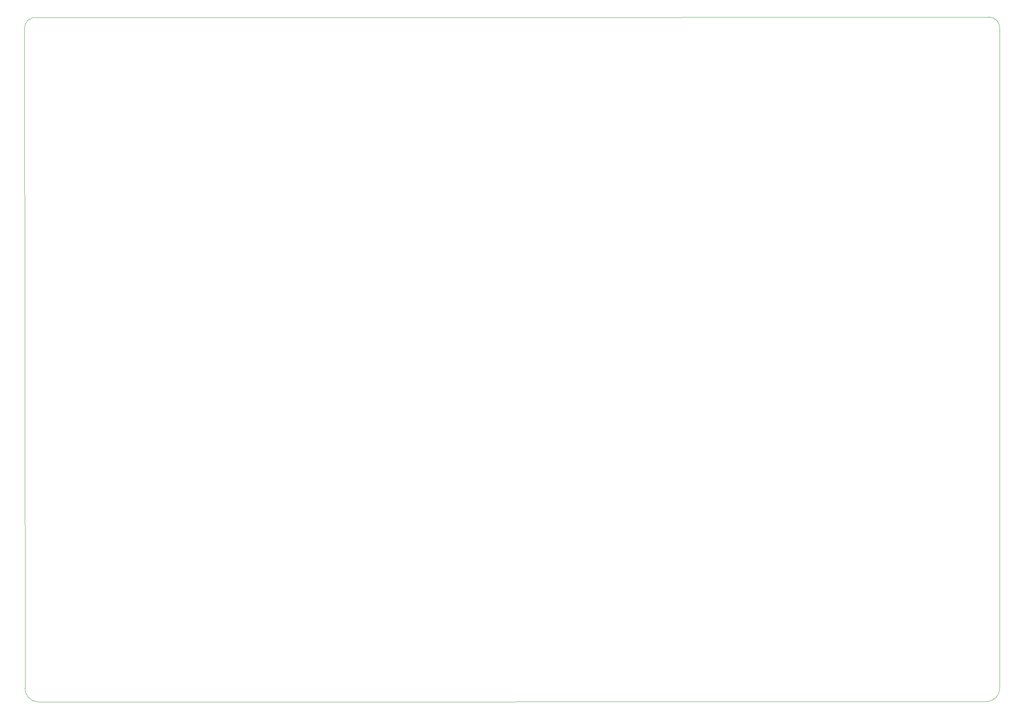
<source format=gbr>
G04 #@! TF.GenerationSoftware,KiCad,Pcbnew,(5.1.10)-1*
G04 #@! TF.CreationDate,2022-11-16T20:30:32+05:30*
G04 #@! TF.ProjectId,2023 control pcb,32303233-2063-46f6-9e74-726f6c207063,rev?*
G04 #@! TF.SameCoordinates,Original*
G04 #@! TF.FileFunction,Profile,NP*
%FSLAX46Y46*%
G04 Gerber Fmt 4.6, Leading zero omitted, Abs format (unit mm)*
G04 Created by KiCad (PCBNEW (5.1.10)-1) date 2022-11-16 20:30:32*
%MOMM*%
%LPD*%
G01*
G04 APERTURE LIST*
G04 #@! TA.AperFunction,Profile*
%ADD10C,0.050000*%
G04 #@! TD*
G04 APERTURE END LIST*
D10*
X332150000Y-122386000D02*
X332149000Y-192687623D01*
X108689000Y-195777623D02*
X329101000Y-195735623D01*
X108001000Y-36527000D02*
X185780000Y-36570000D01*
X105630000Y-192600000D02*
X105501000Y-39027000D01*
X105501000Y-39027000D02*
G75*
G02*
X108001000Y-36527000I2500000J0D01*
G01*
X108689000Y-195777623D02*
G75*
G02*
X105630000Y-192600000I-11001J3050624D01*
G01*
X185780000Y-36570000D02*
X329648000Y-36450001D01*
X332150000Y-38950000D02*
X332150000Y-122386000D01*
X332149000Y-192687623D02*
G75*
G02*
X329101000Y-195735623I-3048000J0D01*
G01*
X329648000Y-36450001D02*
G75*
G02*
X332150000Y-38950000I2000J-2499999D01*
G01*
M02*

</source>
